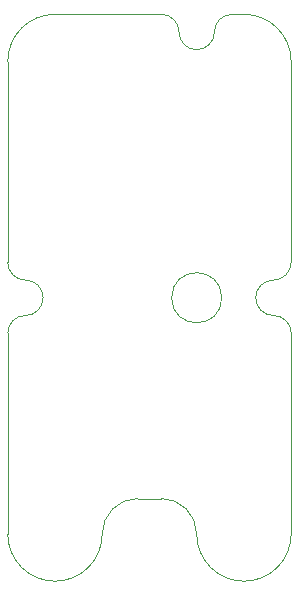
<source format=gm1>
G04 #@! TF.FileFunction,Profile,NP*
%FSLAX46Y46*%
G04 Gerber Fmt 4.6, Leading zero omitted, Abs format (unit mm)*
G04 Created by KiCad (PCBNEW (2015-08-15 BZR 6092)-product) date 2/28/2016 9:25:34 PM*
%MOMM*%
G01*
G04 APERTURE LIST*
%ADD10C,0.100000*%
G04 APERTURE END LIST*
D10*
X168000000Y-81000000D02*
X168000000Y-80000000D01*
X168000000Y-88000000D02*
X168000000Y-87000000D01*
X162121320Y-84000000D02*
G75*
G03X162121320Y-84000000I-2121320J0D01*
G01*
X144000000Y-88000000D02*
X144000000Y-87000000D01*
X144000000Y-81000000D02*
X144000000Y-80000000D01*
X163000000Y-60000000D02*
X164000000Y-60000000D01*
X156000000Y-60000000D02*
X157000000Y-60000000D01*
X148000000Y-60000000D02*
X156000000Y-60000000D01*
X144000000Y-104000000D02*
X144000000Y-88000000D01*
X144000000Y-64000000D02*
X144000000Y-80000000D01*
X168000000Y-64000000D02*
X168000000Y-72000000D01*
X148000000Y-60000000D02*
G75*
G03X144000000Y-64000000I0J-4000000D01*
G01*
X168000000Y-64000000D02*
G75*
G03X164000000Y-60000000I-4000000J0D01*
G01*
X155000000Y-101000000D02*
X157000000Y-101000000D01*
X155000000Y-101000000D02*
G75*
G03X152000000Y-104000000I0J-3000000D01*
G01*
X160000000Y-104000000D02*
G75*
G03X157000000Y-101000000I-3000000J0D01*
G01*
X160000000Y-104000000D02*
G75*
G03X164000000Y-108000000I4000000J0D01*
G01*
X148000000Y-108000000D02*
G75*
G03X152000000Y-104000000I0J4000000D01*
G01*
X168000000Y-72000000D02*
X168000000Y-80000000D01*
X168000000Y-104000000D02*
X168000000Y-88000000D01*
X144000000Y-104000000D02*
G75*
G03X148000000Y-108000000I4000000J0D01*
G01*
X164000000Y-108000000D02*
G75*
G03X168000000Y-104000000I0J4000000D01*
G01*
X145500000Y-85500000D02*
G75*
G03X144000000Y-87000000I0J-1500000D01*
G01*
X144000000Y-81000000D02*
G75*
G03X145500000Y-82500000I1500000J0D01*
G01*
X147000000Y-84000000D02*
G75*
G03X145500000Y-82500000I-1500000J0D01*
G01*
X145500000Y-85500000D02*
G75*
G03X147000000Y-84000000I0J1500000D01*
G01*
X166500000Y-82500000D02*
G75*
G03X168000000Y-81000000I0J1500000D01*
G01*
X168000000Y-87000000D02*
G75*
G03X166500000Y-85500000I-1500000J0D01*
G01*
X165000000Y-84000000D02*
G75*
G03X166500000Y-85500000I1500000J0D01*
G01*
X166500000Y-82500000D02*
G75*
G03X165000000Y-84000000I0J-1500000D01*
G01*
X158500000Y-61500000D02*
G75*
G03X157000000Y-60000000I-1500000J0D01*
G01*
X163000000Y-60000000D02*
G75*
G03X161500000Y-61500000I0J-1500000D01*
G01*
X160000000Y-63000000D02*
G75*
G03X161500000Y-61500000I0J1500000D01*
G01*
X158500000Y-61500000D02*
G75*
G03X160000000Y-63000000I1500000J0D01*
G01*
M02*

</source>
